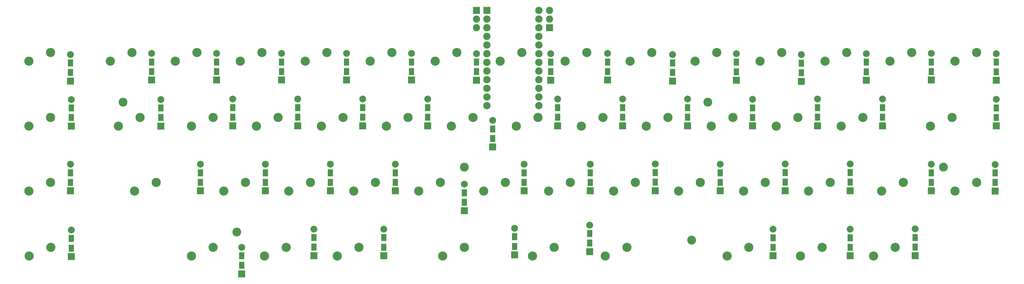
<source format=gts>
G04 #@! TF.GenerationSoftware,KiCad,Pcbnew,(5.1.2)-1*
G04 #@! TF.CreationDate,2020-06-05T12:57:31-05:00*
G04 #@! TF.ProjectId,NightmarePCB fixed NKRO,4e696768-746d-4617-9265-504342206669,rev?*
G04 #@! TF.SameCoordinates,Original*
G04 #@! TF.FileFunction,Soldermask,Top*
G04 #@! TF.FilePolarity,Negative*
%FSLAX46Y46*%
G04 Gerber Fmt 4.6, Leading zero omitted, Abs format (unit mm)*
G04 Created by KiCad (PCBNEW (5.1.2)-1) date 2020-06-05 12:57:31*
%MOMM*%
%LPD*%
G04 APERTURE LIST*
%ADD10R,2.100000X2.100000*%
%ADD11O,2.100000X2.100000*%
%ADD12C,2.686000*%
%ADD13C,2.152600*%
%ADD14R,2.152600X2.152600*%
%ADD15R,2.000000X2.000000*%
%ADD16C,2.000000*%
%ADD17R,1.600000X2.000000*%
%ADD18C,2.600000*%
G04 APERTURE END LIST*
D10*
X335732120Y-98356420D03*
D11*
X335732120Y-95816420D03*
X335732120Y-93276420D03*
D10*
X314360560Y-93261180D03*
D11*
X314360560Y-95801180D03*
X314360560Y-98341180D03*
D12*
X387781800Y-165303200D03*
X394131800Y-162763200D03*
X352069400Y-165328600D03*
X358419400Y-162788600D03*
X304444400Y-165328600D03*
X310794400Y-162788600D03*
X273507200Y-165328600D03*
X279857200Y-162788600D03*
D13*
X332638400Y-93248480D03*
X317398400Y-121188480D03*
X332638400Y-95788480D03*
X332638400Y-98328480D03*
X332638400Y-100868480D03*
X332638400Y-103408480D03*
X332638400Y-105948480D03*
X332638400Y-108488480D03*
X332638400Y-111028480D03*
X332638400Y-113568480D03*
X332638400Y-116108480D03*
X332638400Y-118648480D03*
X332638400Y-121188480D03*
X317398400Y-118648480D03*
X317398400Y-116108480D03*
X317398400Y-113568480D03*
X317398400Y-111028480D03*
X317398400Y-108488480D03*
X317398400Y-105948480D03*
X317398400Y-103408480D03*
X317398400Y-100868480D03*
X317398400Y-98328480D03*
X317398400Y-95788480D03*
D14*
X317398400Y-93248480D03*
D12*
X447436496Y-127238016D03*
X453786496Y-124698016D03*
X421242768Y-127238016D03*
X427592768Y-124698016D03*
D15*
X195262336Y-114002248D03*
D16*
X195262336Y-106202248D03*
D17*
X195262336Y-111502248D03*
X195262336Y-108702248D03*
D15*
X219074816Y-113704592D03*
D16*
X219074816Y-105904592D03*
D17*
X219074816Y-111204592D03*
X219074816Y-108404592D03*
D15*
X238124800Y-113704592D03*
D16*
X238124800Y-105904592D03*
D17*
X238124800Y-111204592D03*
X238124800Y-108404592D03*
D15*
X257174784Y-113704592D03*
D16*
X257174784Y-105904592D03*
D17*
X257174784Y-111204592D03*
X257174784Y-108404592D03*
D15*
X276224768Y-113704592D03*
D16*
X276224768Y-105904592D03*
D17*
X276224768Y-111204592D03*
X276224768Y-108404592D03*
X295274752Y-108404592D03*
X295274752Y-111204592D03*
D16*
X295274752Y-105904592D03*
D15*
X295274752Y-113704592D03*
X314324736Y-113735064D03*
D16*
X314324736Y-105935064D03*
D17*
X314324736Y-111235064D03*
X314324736Y-108435064D03*
D15*
X336053624Y-113735064D03*
D16*
X336053624Y-105935064D03*
D17*
X336053624Y-111235064D03*
X336053624Y-108435064D03*
X352722360Y-108404592D03*
X352722360Y-111204592D03*
D16*
X352722360Y-105904592D03*
D15*
X352722360Y-113704592D03*
D17*
X371772344Y-108702248D03*
X371772344Y-111502248D03*
D16*
X371772344Y-106202248D03*
D15*
X371772344Y-114002248D03*
X390524672Y-113765536D03*
D16*
X390524672Y-105965536D03*
D17*
X390524672Y-111265536D03*
X390524672Y-108465536D03*
X409574656Y-108763192D03*
X409574656Y-111563192D03*
D16*
X409574656Y-106263192D03*
D15*
X409574656Y-114063192D03*
X428624640Y-113765536D03*
D16*
X428624640Y-105965536D03*
D17*
X428624640Y-111265536D03*
X428624640Y-108465536D03*
D15*
X466724608Y-113765536D03*
D16*
X466724608Y-105965536D03*
D17*
X466724608Y-111265536D03*
X466724608Y-108465536D03*
D15*
X195559992Y-127217864D03*
D16*
X195559992Y-119417864D03*
D17*
X195559992Y-124717864D03*
X195559992Y-121917864D03*
X221753720Y-121917864D03*
X221753720Y-124717864D03*
D16*
X221753720Y-119417864D03*
D15*
X221753720Y-127217864D03*
X242887296Y-127099112D03*
D16*
X242887296Y-119299112D03*
D17*
X242887296Y-124599112D03*
X242887296Y-121799112D03*
X261937280Y-121799112D03*
X261937280Y-124599112D03*
D16*
X261937280Y-119299112D03*
D15*
X261937280Y-127099112D03*
X280987264Y-127099112D03*
D16*
X280987264Y-119299112D03*
D17*
X280987264Y-124599112D03*
X280987264Y-121799112D03*
D15*
X300037248Y-127099112D03*
D16*
X300037248Y-119299112D03*
D17*
X300037248Y-124599112D03*
X300037248Y-121799112D03*
X319087232Y-128049888D03*
X319087232Y-130849888D03*
D16*
X319087232Y-125549888D03*
D15*
X319087232Y-133349888D03*
D17*
X338137216Y-121799112D03*
X338137216Y-124599112D03*
D16*
X338137216Y-119299112D03*
D15*
X338137216Y-127099112D03*
D17*
X357187200Y-121799112D03*
X357187200Y-124599112D03*
D16*
X357187200Y-119299112D03*
D15*
X357187200Y-127099112D03*
D17*
X376237184Y-121799112D03*
X376237184Y-124599112D03*
D16*
X376237184Y-119299112D03*
D15*
X376237184Y-127099112D03*
X395287168Y-127160056D03*
D16*
X395287168Y-119360056D03*
D17*
X395287168Y-124660056D03*
X395287168Y-121860056D03*
D15*
X414337152Y-127099112D03*
D16*
X414337152Y-119299112D03*
D17*
X414337152Y-124599112D03*
X414337152Y-121799112D03*
D15*
X433387136Y-127099112D03*
D16*
X433387136Y-119299112D03*
D17*
X433387136Y-124599112D03*
X433387136Y-121799112D03*
X447674624Y-108404592D03*
X447674624Y-111204592D03*
D16*
X447674624Y-105904592D03*
D15*
X447674624Y-113704592D03*
D17*
X195262336Y-140910040D03*
X195262336Y-143710040D03*
D16*
X195262336Y-138410040D03*
D15*
X195262336Y-146210040D03*
X233362304Y-146210040D03*
D16*
X233362304Y-138410040D03*
D17*
X233362304Y-143710040D03*
X233362304Y-140910040D03*
X252412288Y-140910040D03*
X252412288Y-143710040D03*
D16*
X252412288Y-138410040D03*
D15*
X252412288Y-146210040D03*
X271462272Y-146210040D03*
D16*
X271462272Y-138410040D03*
D17*
X271462272Y-143710040D03*
X271462272Y-140910040D03*
X290512256Y-140910040D03*
X290512256Y-143710040D03*
D16*
X290512256Y-138410040D03*
D15*
X290512256Y-146210040D03*
X310750000Y-152050000D03*
D16*
X310750000Y-144250000D03*
D17*
X310750000Y-149550000D03*
X310750000Y-146750000D03*
X328314568Y-140910040D03*
X328314568Y-143710040D03*
D16*
X328314568Y-138410040D03*
D15*
X328314568Y-146210040D03*
X347662208Y-146210040D03*
D16*
X347662208Y-138410040D03*
D17*
X347662208Y-143710040D03*
X347662208Y-140910040D03*
X366712192Y-140849096D03*
X366712192Y-143649096D03*
D16*
X366712192Y-138349096D03*
D15*
X366712192Y-146149096D03*
D17*
X385762176Y-140910040D03*
X385762176Y-143710040D03*
D16*
X385762176Y-138410040D03*
D15*
X385762176Y-146210040D03*
X404812160Y-146149096D03*
D16*
X404812160Y-138349096D03*
D17*
X404812160Y-143649096D03*
X404812160Y-140849096D03*
X423862144Y-140849096D03*
X423862144Y-143649096D03*
D16*
X423862144Y-138349096D03*
D15*
X423862144Y-146149096D03*
X447674624Y-146210040D03*
D16*
X447674624Y-138410040D03*
D17*
X447674624Y-143710040D03*
X447674624Y-140910040D03*
X466724608Y-121860056D03*
X466724608Y-124660056D03*
D16*
X466724608Y-119360056D03*
D15*
X466724608Y-127160056D03*
X245500000Y-170550000D03*
D16*
X245500000Y-162750000D03*
D17*
X245500000Y-168050000D03*
X245500000Y-165250000D03*
X266699776Y-159929552D03*
X266699776Y-162729552D03*
D16*
X266699776Y-157429552D03*
D15*
X266699776Y-165229552D03*
X347500000Y-164050000D03*
D16*
X347500000Y-156250000D03*
D17*
X347500000Y-161550000D03*
X347500000Y-158750000D03*
X423862144Y-159960024D03*
X423862144Y-162760024D03*
D16*
X423862144Y-157460024D03*
D15*
X423862144Y-165260024D03*
X442912128Y-165199080D03*
D16*
X442912128Y-157399080D03*
D17*
X442912128Y-162699080D03*
X442912128Y-159899080D03*
X466426952Y-140967848D03*
X466426952Y-143767848D03*
D16*
X466426952Y-138467848D03*
D15*
X466426952Y-146267848D03*
X195559992Y-165496736D03*
D16*
X195559992Y-157696736D03*
D17*
X195559992Y-162996736D03*
X195559992Y-160196736D03*
D12*
X189468125Y-105648125D03*
X183118125Y-108188125D03*
X213280448Y-105648032D03*
X206930448Y-108188032D03*
X232330432Y-105648032D03*
X225980432Y-108188032D03*
X251380416Y-105648032D03*
X245030416Y-108188032D03*
X270430400Y-105648032D03*
X264080400Y-108188032D03*
X283130384Y-108188032D03*
X289480384Y-105648032D03*
X302180368Y-108188032D03*
X308530368Y-105648032D03*
X327580352Y-105648032D03*
X321230352Y-108188032D03*
X340280336Y-108188032D03*
X346630336Y-105648032D03*
X365680320Y-105648032D03*
X359330320Y-108188032D03*
X378380304Y-108188032D03*
X384730304Y-105648032D03*
X403780288Y-105648032D03*
X397430288Y-108188032D03*
X416480272Y-108188032D03*
X422830272Y-105648032D03*
X454580240Y-108188032D03*
X460930240Y-105648032D03*
X183117968Y-127238016D03*
X189467968Y-124698016D03*
X215661696Y-124698016D03*
X209311696Y-127238016D03*
X230742928Y-127238016D03*
X237092928Y-124698016D03*
X256142912Y-124698016D03*
X249792912Y-127238016D03*
X275192896Y-124698016D03*
X268842896Y-127238016D03*
X294242880Y-124698016D03*
X287892880Y-127238016D03*
X306942864Y-127238016D03*
X313292864Y-124698016D03*
X332342848Y-124698016D03*
X325992848Y-127238016D03*
X345042832Y-127238016D03*
X351392832Y-124698016D03*
X364092816Y-127238016D03*
X370442816Y-124698016D03*
X389492800Y-124698016D03*
X383142800Y-127238016D03*
X402192784Y-127238016D03*
X408542784Y-124698016D03*
X441880256Y-105648032D03*
X435530256Y-108188032D03*
X189467968Y-143748000D03*
X183117968Y-146288000D03*
X214074192Y-146288000D03*
X220424192Y-143748000D03*
X246617920Y-143748000D03*
X240267920Y-146288000D03*
X259317904Y-146288000D03*
X265667904Y-143748000D03*
X278367888Y-146288000D03*
X284717888Y-143748000D03*
X297417872Y-146288000D03*
X303767872Y-143748000D03*
X316467856Y-146288000D03*
X322817856Y-143748000D03*
X341867840Y-143748000D03*
X335517840Y-146288000D03*
X360917824Y-143748000D03*
X354567824Y-146288000D03*
X373617808Y-146288000D03*
X379967808Y-143748000D03*
X399017792Y-143748000D03*
X392667792Y-146288000D03*
X411717776Y-146288000D03*
X418067776Y-143748000D03*
X433149008Y-146288000D03*
X439499008Y-143748000D03*
X230742928Y-165337984D03*
X237092928Y-162797984D03*
X252154312Y-165337984D03*
X258504312Y-162797984D03*
X337105344Y-162797984D03*
X330755344Y-165337984D03*
X415686528Y-162797984D03*
X409336528Y-165337984D03*
X430767760Y-165337984D03*
X437117760Y-162797984D03*
X460930240Y-143748000D03*
X454580240Y-146288000D03*
X183137816Y-165337984D03*
X189487816Y-162797984D03*
D18*
X382168400Y-120180100D03*
X451243700Y-139230100D03*
X377405900Y-160629600D03*
X244055900Y-158280100D03*
X210731100Y-120167400D03*
X310743600Y-139230100D03*
D17*
X287147000Y-162740800D03*
X287147000Y-159940800D03*
D16*
X287147000Y-157440800D03*
D15*
X287147000Y-165240800D03*
X325501000Y-164986800D03*
D16*
X325501000Y-157186800D03*
D17*
X325501000Y-159686800D03*
X325501000Y-162486800D03*
X401294600Y-162766200D03*
X401294600Y-159966200D03*
D16*
X401294600Y-157466200D03*
D15*
X401294600Y-165266200D03*
M02*

</source>
